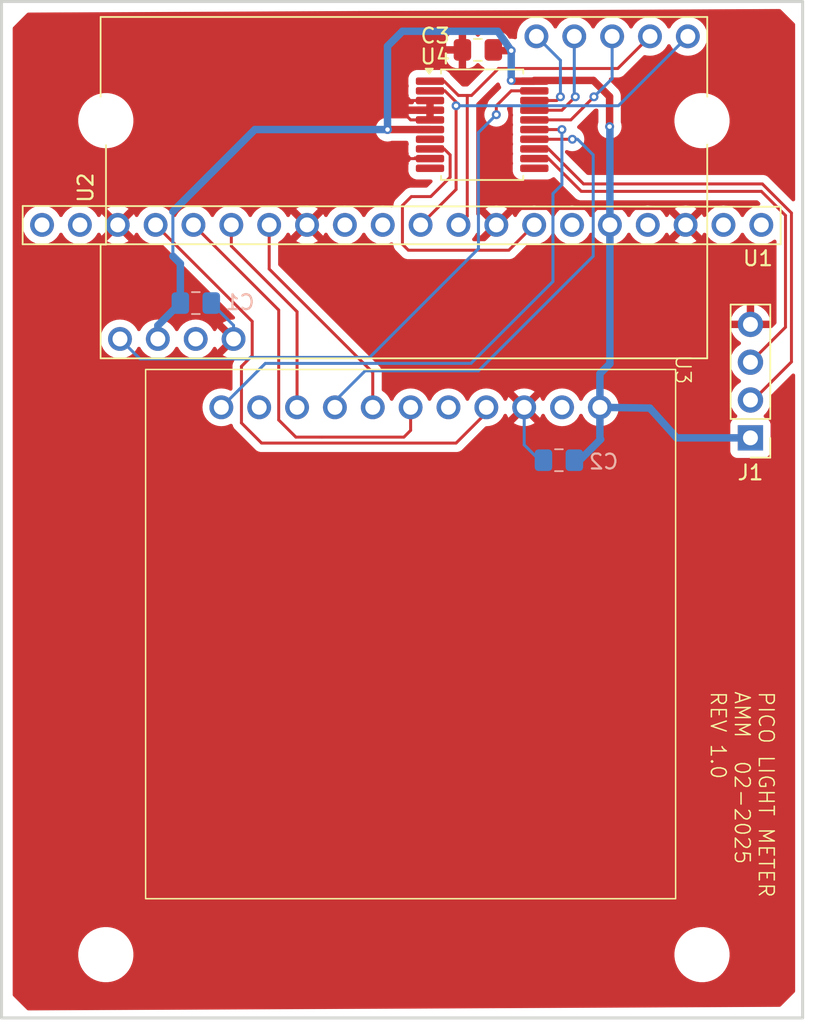
<source format=kicad_pcb>
(kicad_pcb (version 20240108) (generator "pcbnew") (generator_version "8.0")
  (layers (0 "F.Cu" signal) (31 "B.Cu" signal) (34 "B.Paste" user) (35 "F.Paste" user) (36 "B.SilkS" user "B.Silkscreen") (37 "F.SilkS" user "F.Silkscreen") (38 "B.Mask" user) (39 "F.Mask" user) (44 "Edge.Cuts" user))
  (net 0 "")
  (net 1 "+3.3V")
  (net 2 "GND")
  (net 3 "Net-(J1-Pin_2)")
  (net 6 "/SD_MISO")
  (net 7 "/{slash}RESET")
  (net 10 "/SW2")
  (net 11 "/IPS_DC")
  (net 12 "/COWBELL_SHUTTER")
  (net 13 "/IPS_SCK")
  (net 14 "/IPS_MOSI")
  (net 15 "/SW3")
  (net 16 "/SD_CS")
  (net 17 "/IPS_CS")
  (net 18 "/I2C1_SDA")
  (net 20 "/I2C1_SCL")
  (net 22 "/MCP_INT")
  (net 24 "/SW5")
  (net 25 "/SW4")
  (net 26 "/IPS_RESET")
  (net 27 "/IPS_BACKLIGHT")
  (net 31 "Net-(J1-Pin_3)")
  (footprint "MountingHole:MountingHole_3.2mm_M3_ISO14580" (layer "F.Cu") (at 100 106)
    (property "Reference" "H3" (hide yes))
    (property "Value" "MountingHole")
    (pad "" np_thru_hole circle (at 0 0) (size 3.2 3.2) (drill 3.2) (layers "*.Cu" "*.Mask"))
  )
  (footprint "pico_light_meter:adafruit_2.0_IPS_Display_minimal" (layer "F.Cu") (at 138.23 66.71 -90)
    (property "Reference" "U3" (at 0 -0.5 -90) (layer "F.SilkS") (effects (font (thickness 0.1))))
    (property "Value" "~")
    (fp_rect (start 0 0) (end 35.5346 35.56) (stroke (width 0.1)) (fill none) (layer "F.SilkS"))
    (pad "1" thru_hole circle (at 2.54 30.48 270) (size 1.6 1.6) (drill 1) (layers "*.Cu" "*.Mask") (net 27 "/IPS_BACKLIGHT"))
    (pad "2" thru_hole circle (at 2.54 27.94 270) (size 1.6 1.6) (drill 1) (layers "*.Cu" "*.Mask"))
    (pad "3" thru_hole circle (at 2.54 25.4 270) (size 1.6 1.6) (drill 1) (layers "*.Cu" "*.Mask") (net 11 "/IPS_DC"))
    (pad "4" thru_hole circle (at 2.54 22.86 270) (size 1.6 1.6) (drill 1) (layers "*.Cu" "*.Mask") (net 26 "/IPS_RESET"))
    (pad "5" thru_hole circle (at 2.54 20.32 270) (size 1.6 1.6) (drill 1) (layers "*.Cu" "*.Mask") (net 17 "/IPS_CS"))
    (pad "6" thru_hole circle (at 2.54 17.78 270) (size 1.6 1.6) (drill 1) (layers "*.Cu" "*.Mask") (net 14 "/IPS_MOSI"))
    (pad "7" thru_hole circle (at 2.54 15.24 270) (size 1.6 1.6) (drill 1) (layers "*.Cu" "*.Mask"))
    (pad "8" thru_hole circle (at 2.54 12.7 270) (size 1.6 1.6) (drill 1) (layers "*.Cu" "*.Mask") (net 13 "/IPS_SCK"))
    (pad "9" thru_hole circle (at 2.54 10.16 270) (size 1.6 1.6) (drill 1) (layers "*.Cu" "*.Mask") (net 2 "GND"))
    (pad "10" thru_hole circle (at 2.54 7.62 270) (size 1.6 1.6) (drill 1) (layers "*.Cu" "*.Mask"))
    (pad "11" thru_hole circle (at 2.54 5.08 270) (size 1.6 1.6) (drill 1) (layers "*.Cu" "*.Mask") (net 1 "+3.3V"))
  )
  (footprint "MountingHole:MountingHole_3.2mm_M3_ISO14580" (layer "F.Cu") (at 140 106)
    (property "Reference" "H2" (hide yes))
    (property "Value" "MountingHole")
    (pad "" np_thru_hole circle (at 0 0) (size 3.2 3.2) (drill 3.2) (layers "*.Cu" "*.Mask"))
  )
  (footprint "Connector_PinHeader_2.54mm:PinHeader_1x04_P2.54mm_Vertical" (layer "F.Cu") (at 143.25 71.3 180)
    (property "Reference" "J1" (at 0 -2.33 0) (layer "F.SilkS"))
    (property "Value" "Conn_01x04")
    (fp_line (start 1.33 1.27) (end 1.33 8.95) (stroke (width 0.12)) (layer "F.SilkS"))
    (fp_line (start -1.33 8.95) (end 1.33 8.95) (stroke (width 0.12)) (layer "F.SilkS"))
    (fp_line (start -1.33 1.27) (end 1.33 1.27) (stroke (width 0.12)) (layer "F.SilkS"))
    (fp_line (start -1.33 1.27) (end -1.33 8.95) (stroke (width 0.12)) (layer "F.SilkS"))
    (fp_line (start -1.33 0) (end -1.33 -1.33) (stroke (width 0.12)) (layer "F.SilkS"))
    (fp_line (start -1.33 -1.33) (end 0 -1.33) (stroke (width 0.12)) (layer "F.SilkS"))
    (pad "1" thru_hole rect (at 0 0 180) (size 1.7 1.7) (drill 1) (layers "*.Cu" "*.Mask") (net 1 "+3.3V"))
    (pad "2" thru_hole oval (at 0 2.54 180) (size 1.7 1.7) (drill 1) (layers "*.Cu" "*.Mask") (net 3 "Net-(J1-Pin_2)"))
    (pad "3" thru_hole oval (at 0 5.08 180) (size 1.7 1.7) (drill 1) (layers "*.Cu" "*.Mask") (net 31 "Net-(J1-Pin_3)"))
    (pad "4" thru_hole oval (at 0 7.62 180) (size 1.7 1.7) (drill 1) (layers "*.Cu" "*.Mask") (net 2 "GND"))
  )
  (footprint "Capacitor_SMD:C_0805_2012Metric_Pad1.18x1.45mm_HandSolder" (layer "F.Cu") (at 124.9625 45.25 180)
    (property "Reference" "C3" (at 2.8625 0.95 360) (layer "F.SilkS"))
    (property "Value" "C")
    (fp_line (start -0.261252 0.735) (end 0.261252 0.735) (stroke (width 0.12)) (layer "F.SilkS"))
    (fp_line (start -0.261252 -0.735) (end 0.261252 -0.735) (stroke (width 0.12)) (layer "F.SilkS"))
    (pad "1" smd roundrect (at -1.0375 0 180) (size 1.175 1.45) (layers "F.Cu" "F.Paste" "F.Mask") (roundrect_rratio 0.212766) (net 1 "+3.3V"))
    (pad "2" smd roundrect (at 1.0375 0 180) (size 1.175 1.45) (layers "F.Cu" "F.Paste" "F.Mask") (roundrect_rratio 0.212766) (net 2 "GND"))
  )
  (footprint "MountingHole:MountingHole_3.2mm_M3_ISO14580" (layer "F.Cu") (at 140 50)
    (property "Reference" "H4" (hide yes))
    (property "Value" "MountingHole")
    (pad "" np_thru_hole circle (at 0 0) (size 3.2 3.2) (drill 3.2) (layers "*.Cu" "*.Mask"))
  )
  (footprint "Package_SO:SSOP-20_5.3x7.2mm_P0.65mm" (layer "F.Cu") (at 125.25 50.275)
    (property "Reference" "U4" (at -3.15 -4.575 0) (layer "F.SilkS"))
    (property "Value" "MCP23008-xSS")
    (fp_line (start -2.76 -3.71) (end -2.76 -3.435) (stroke (width 0.12)) (layer "F.SilkS"))
    (fp_line (start -2.76 3.71) (end -2.76 3.435) (stroke (width 0.12)) (layer "F.SilkS"))
    (fp_line (start 0 -3.71) (end -2.76 -3.71) (stroke (width 0.12)) (layer "F.SilkS"))
    (fp_line (start 0 -3.71) (end 2.76 -3.71) (stroke (width 0.12)) (layer "F.SilkS"))
    (fp_line (start 0 3.71) (end -2.76 3.71) (stroke (width 0.12)) (layer "F.SilkS"))
    (fp_line (start 0 3.71) (end 2.76 3.71) (stroke (width 0.12)) (layer "F.SilkS"))
    (fp_line (start 2.76 -3.71) (end 2.76 -3.435) (stroke (width 0.12)) (layer "F.SilkS"))
    (fp_line (start 2.76 3.71) (end 2.76 3.435) (stroke (width 0.12)) (layer "F.SilkS"))
    (fp_poly (pts (xy -3.55 -3.435) (xy -3.79 -3.765) (xy -3.31 -3.765) (xy -3.55 -3.435)) (stroke (width 0.12)) (fill solid) (layer "F.SilkS"))
    (pad "1" smd roundrect (at -3.5 -2.925) (size 1.9 0.5) (layers "F.Cu" "F.Paste" "F.Mask") (net 20 "/I2C1_SCL"))
    (pad "2" smd roundrect (at -3.5 -2.275) (size 1.9 0.5) (layers "F.Cu" "F.Paste" "F.Mask") (net 18 "/I2C1_SDA"))
    (pad "3" smd roundrect (at -3.5 -1.625) (size 1.9 0.5) (layers "F.Cu" "F.Paste" "F.Mask") (net 2 "GND"))
    (pad "4" smd roundrect (at -3.5 -0.975) (size 1.9 0.5) (layers "F.Cu" "F.Paste" "F.Mask") (net 2 "GND"))
    (pad "5" smd roundrect (at -3.5 -0.325) (size 1.9 0.5) (layers "F.Cu" "F.Paste" "F.Mask") (net 2 "GND"))
    (pad "6" smd roundrect (at -3.5 0.325) (size 1.9 0.5) (layers "F.Cu" "F.Paste" "F.Mask") (net 1 "+3.3V"))
    (pad "7" smd roundrect (at -3.5 0.975) (size 1.9 0.5) (layers "F.Cu" "F.Paste" "F.Mask"))
    (pad "8" smd roundrect (at -3.5 1.625) (size 1.9 0.5) (layers "F.Cu" "F.Paste" "F.Mask") (net 22 "/MCP_INT"))
    (pad "9" smd roundrect (at -3.5 2.275) (size 1.9 0.5) (layers "F.Cu" "F.Paste" "F.Mask") (net 2 "GND"))
    (pad "10" smd roundrect (at -3.5 2.925) (size 1.9 0.5) (layers "F.Cu" "F.Paste" "F.Mask"))
    (pad "11" smd roundrect (at 3.5 2.925) (size 1.9 0.5) (layers "F.Cu" "F.Paste" "F.Mask"))
    (pad "12" smd roundrect (at 3.5 2.275) (size 1.9 0.5) (layers "F.Cu" "F.Paste" "F.Mask") (net 31 "Net-(J1-Pin_3)"))
    (pad "13" smd roundrect (at 3.5 1.625) (size 1.9 0.5) (layers "F.Cu" "F.Paste" "F.Mask") (net 3 "Net-(J1-Pin_2)"))
    (pad "14" smd roundrect (at 3.5 0.975) (size 1.9 0.5) (layers "F.Cu" "F.Paste" "F.Mask") (net 26 "/IPS_RESET"))
    (pad "15" smd roundrect (at 3.5 0.325) (size 1.9 0.5) (layers "F.Cu" "F.Paste" "F.Mask") (net 27 "/IPS_BACKLIGHT"))
    (pad "16" smd roundrect (at 3.5 -0.325) (size 1.9 0.5) (layers "F.Cu" "F.Paste" "F.Mask") (net 15 "/SW3"))
    (pad "17" smd roundrect (at 3.5 -0.975) (size 1.9 0.5) (layers "F.Cu" "F.Paste" "F.Mask") (net 25 "/SW4"))
    (pad "18" smd roundrect (at 3.5 -1.625) (size 1.9 0.5) (layers "F.Cu" "F.Paste" "F.Mask") (net 10 "/SW2"))
    (pad "19" smd roundrect (at 3.5 -2.275) (size 1.9 0.5) (layers "F.Cu" "F.Paste" "F.Mask") (net 24 "/SW5"))
    (pad "20" smd roundrect (at 3.5 -2.925) (size 1.9 0.5) (layers "F.Cu" "F.Paste" "F.Mask") (net 1 "+3.3V"))
  )
  (footprint "pico_light_meter:pico2_right_pins_only" (layer "F.Cu") (at 119.85 48.11 180)
    (property "Reference" "U1" (at -23.9 -11.14 180) (layer "F.SilkS"))
    (property "Value" "~" (hide yes))
    (fp_line (start 25.43 -10.189999) (end -25.43 -10.19) (stroke (width 0.12)) (layer "F.SilkS"))
    (fp_line (start 25.4254 -7.62) (end 25.43 -10.189999) (stroke (width 0.12)) (layer "F.SilkS"))
    (fp_line (start -25.4254 -7.6708) (end 25.4254 -7.62) (stroke (width 0.12)) (layer "F.SilkS"))
    (fp_line (start -25.43 -10.19) (end -25.4254 -7.6708) (stroke (width 0.12)) (layer "F.SilkS"))
    (pad "21" thru_hole circle (at 24.13 -8.89 180) (size 1.6 1.6) (drill 1) (layers "*.Cu" "*.Mask") (net 6 "/SD_MISO"))
    (pad "22" thru_hole circle (at 21.59 -8.89 180) (size 1.6 1.6) (drill 1) (layers "*.Cu" "*.Mask") (net 16 "/SD_CS"))
    (pad "23" thru_hole circle (at 19.05 -8.89 180) (size 1.6 1.6) (drill 1) (layers "*.Cu" "*.Mask") (net 2 "GND"))
    (pad "24" thru_hole circle (at 16.51 -8.89 180) (size 1.6 1.6) (drill 1) (layers "*.Cu" "*.Mask") (net 13 "/IPS_SCK"))
    (pad "25" thru_hole circle (at 13.97 -8.89 180) (size 1.6 1.6) (drill 1) (layers "*.Cu" "*.Mask") (net 14 "/IPS_MOSI"))
    (pad "26" thru_hole circle (at 11.43 -8.89 180) (size 1.6 1.6) (drill 1) (layers "*.Cu" "*.Mask") (net 11 "/IPS_DC"))
    (pad "27" thru_hole circle (at 8.89 -8.89 180) (size 1.6 1.6) (drill 1) (layers "*.Cu" "*.Mask") (net 17 "/IPS_CS"))
    (pad "28" thru_hole circle (at 6.35 -8.89 180) (size 1.6 1.6) (drill 1) (layers "*.Cu" "*.Mask") (net 2 "GND"))
    (pad "29" thru_hole circle (at 3.81 -8.89 180) (size 1.6 1.6) (drill 1) (layers "*.Cu" "*.Mask") (net 12 "/COWBELL_SHUTTER"))
    (pad "30" thru_hole circle (at 1.27 -8.89 180) (size 1.6 1.6) (drill 1) (layers "*.Cu" "*.Mask") (net 7 "/{slash}RESET"))
    (pad "31" thru_hole circle (at -1.27 -8.89 180) (size 1.6 1.6) (drill 1) (layers "*.Cu" "*.Mask") (net 18 "/I2C1_SDA"))
    (pad "32" thru_hole circle (at -3.81 -8.89 180) (size 1.6 1.6) (drill 1) (layers "*.Cu" "*.Mask") (net 20 "/I2C1_SCL"))
    (pad "33" thru_hole circle (at -6.35 -8.89 180) (size 1.6 1.6) (drill 1) (layers "*.Cu" "*.Mask") (net 2 "GND"))
    (pad "34" thru_hole circle (at -8.89 -8.89 180) (size 1.6 1.6) (drill 1) (layers "*.Cu" "*.Mask") (net 22 "/MCP_INT"))
    (pad "35" thru_hole circle (at -11.43 -8.89 180) (size 1.6 1.6) (drill 1) (layers "*.Cu" "*.Mask"))
    (pad "36" thru_hole circle (at -13.97 -8.89 180) (size 1.6 1.6) (drill 1) (layers "*.Cu" "*.Mask") (net 1 "+3.3V"))
    (pad "37" thru_hole circle (at -16.51 -8.89 180) (size 1.6 1.6) (drill 1) (layers "*.Cu" "*.Mask"))
    (pad "38" thru_hole circle (at -19.05 -8.89 180) (size 1.6 1.6) (drill 1) (layers "*.Cu" "*.Mask") (net 2 "GND"))
    (pad "39" thru_hole circle (at -21.59 -8.89 180) (size 1.6 1.6) (drill 1) (layers "*.Cu" "*.Mask"))
    (pad "40" thru_hole circle (at -24.13 -8.89 180) (size 1.6 1.6) (drill 1) (layers "*.Cu" "*.Mask"))
  )
  (footprint "pico_light_meter:feather" (layer "F.Cu") (at 120 54.5)
    (property "Reference" "U2" (at -21.35 0 90) (layer "F.SilkS"))
    (property "Value" "~")
    (fp_line (start -20.35 -11.46) (end -20.35 -3.82) (stroke (width 0.12)) (layer "F.SilkS"))
    (fp_line (start -20.35 -3.82) (end -19.99 -3.82) (stroke (width 0.12)) (layer "F.SilkS"))
    (fp_line (start -20.35 3.819999) (end -20.35 11.459999) (stroke (width 0.12)) (layer "F.SilkS"))
    (fp_line (start -20.35 11.459999) (end 20.35 11.46) (stroke (width 0.12)) (layer "F.SilkS"))
    (fp_line (start -19.99 -3.82) (end -19.99 3.819999) (stroke (width 0.12)) (layer "F.SilkS"))
    (fp_line (start -19.99 3.819999) (end -20.35 3.819999) (stroke (width 0.12)) (layer "F.SilkS"))
    (fp_line (start 20.35 -11.459999) (end -20.35 -11.46) (stroke (width 0.12)) (layer "F.SilkS"))
    (fp_line (start 20.35 11.46) (end 20.35 -11.459999) (stroke (width 0.12)) (layer "F.SilkS"))
    (pad "1" thru_hole circle (at -19.05 10.16) (size 1.6 1.6) (drill 1) (layers "*.Cu" "*.Mask") (net 24 "/SW5"))
    (pad "2" thru_hole circle (at -16.51 10.16) (size 1.6 1.6) (drill 1) (layers "*.Cu" "*.Mask") (net 1 "+3.3V"))
    (pad "3" thru_hole circle (at -13.97 10.16) (size 1.6 1.6) (drill 1) (layers "*.Cu" "*.Mask"))
    (pad "4" thru_hole circle (at -11.43 10.16) (size 1.6 1.6) (drill 1) (layers "*.Cu" "*.Mask") (net 2 "GND"))
    (pad "17" thru_hole circle (at 19.05 -10.16) (size 1.6 1.6) (drill 1) (layers "*.Cu" "*.Mask") (net 18 "/I2C1_SDA"))
    (pad "18" thru_hole circle (at 16.51 -10.16) (size 1.6 1.6) (drill 1) (layers "*.Cu" "*.Mask") (net 20 "/I2C1_SCL"))
    (pad "19" thru_hole circle (at 13.97 -10.16) (size 1.6 1.6) (drill 1) (layers "*.Cu" "*.Mask") (net 15 "/SW3"))
    (pad "20" thru_hole circle (at 11.43 -10.16) (size 1.6 1.6) (drill 1) (layers "*.Cu" "*.Mask") (net 25 "/SW4"))
    (pad "21" thru_hole circle (at 8.89 -10.16) (size 1.6 1.6) (drill 1) (layers "*.Cu" "*.Mask") (net 10 "/SW2"))
  )
  (footprint "MountingHole:MountingHole_3.2mm_M3_ISO14580" (layer "F.Cu") (at 100 50)
    (property "Reference" "H1" (hide yes))
    (property "Value" "MountingHole")
    (pad "" np_thru_hole circle (at 0 0) (size 3.2 3.2) (drill 3.2) (layers "*.Cu" "*.Mask"))
  )
  (footprint "Capacitor_SMD:C_0805_2012Metric_Pad1.18x1.45mm_HandSolder" (layer "B.Cu") (at 106.0375 62.25)
    (property "Reference" "C1" (at 2.9625 -0.05 360) (layer "B.SilkS") (effects (justify mirror)))
    (property "Value" "C")
    (fp_line (start 0.261252 -0.735) (end -0.261252 -0.735) (stroke (width 0.12)) (layer "B.SilkS"))
    (fp_line (start 0.261252 0.735) (end -0.261252 0.735) (stroke (width 0.12)) (layer "B.SilkS"))
    (pad "1" smd roundrect (at -1.0375 0) (size 1.175 1.45) (layers "B.Cu" "B.Paste" "B.Mask") (roundrect_rratio 0.212766) (net 1 "+3.3V"))
    (pad "2" smd roundrect (at 1.0375 0) (size 1.175 1.45) (layers "B.Cu" "B.Paste" "B.Mask") (roundrect_rratio 0.212766) (net 2 "GND"))
  )
  (footprint "Capacitor_SMD:C_0805_2012Metric_Pad1.18x1.45mm_HandSolder" (layer "B.Cu") (at 130.4 72.8 180)
    (property "Reference" "C2" (at -3 -0.1 360) (layer "B.SilkS") (effects (justify mirror)))
    (property "Value" "C")
    (fp_line (start 0.261252 0.735) (end -0.261252 0.735) (stroke (width 0.12)) (layer "B.SilkS"))
    (fp_line (start 0.261252 -0.735) (end -0.261252 -0.735) (stroke (width 0.12)) (layer "B.SilkS"))
    (pad "1" smd roundrect (at -1.0375 0 180) (size 1.175 1.45) (layers "B.Cu" "B.Paste" "B.Mask") (roundrect_rratio 0.212766) (net 1 "+3.3V"))
    (pad "2" smd roundrect (at 1.0375 0 180) (size 1.175 1.45) (layers "B.Cu" "B.Paste" "B.Mask") (roundrect_rratio 0.212766) (net 2 "GND"))
  )
  (gr_rect (start 93 42) (end 146.75 110.25) (stroke (width 0.2)) (fill none) (layer "Edge.Cuts"))
  (gr_text "PICO LIGHT METER\nAMM  02-2025\nREV 1.0" (at 140.5 88.25 270) (layer "F.SilkS") (effects (font (size 1 1) (thickness 0.1)) (justify left bottom)))
  (segment (start 127.2 45.3) (end 126.05 45.3) (width 0.5) (layer "F.Cu") (net 1))
  (segment (start 133.8 50.4) (end 133.8 48.389339) (width 0.5) (layer "F.Cu") (net 1))
  (segment (start 126.05 45.3) (end 126 45.25) (width 0.2) (layer "F.Cu") (net 1))
  (segment (start 132.710661 47.3) (end 128.75 47.3) (width 0.5) (layer "F.Cu") (net 1))
  (segment (start 128.75 47.35) (end 127.25 47.35) (width 0.5) (layer "F.Cu") (net 1))
  (segment (start 133.8 48.389339) (end 132.710661 47.3) (width 0.5) (layer "F.Cu") (net 1))
  (segment (start 118.9 50.6) (end 121.75 50.6) (width 0.5) (layer "F.Cu") (net 1))
  (segment (start 127.25 47.35) (end 127.2 47.3) (width 0.2) (layer "F.Cu") (net 1))
  (via (at 133.8 50.4) (size 0.6) (drill 0.3) (layers "F.Cu" "B.Cu") (net 1))
  (via (at 127.2 45.3) (size 0.6) (drill 0.3) (layers "F.Cu" "B.Cu") (net 1))
  (via (at 127.2 47.3) (size 0.6) (drill 0.3) (layers "F.Cu" "B.Cu") (net 1))
  (via (at 118.9 50.6) (size 0.6) (drill 0.3) (layers "F.Cu" "B.Cu") (net 1))
  (segment (start 126.3 44) (end 127.2 45.3) (width 0.5) (layer "B.Cu") (net 1))
  (segment (start 118.9 45) (end 119.9 44) (width 0.5) (layer "B.Cu") (net 1))
  (segment (start 143.25 71.3) (end 138.3 71.3) (width 0.5) (layer "B.Cu") (net 1))
  (segment (start 138.3 71.3) (end 136.5 69.3) (width 0.5) (layer "B.Cu") (net 1))
  (segment (start 104.5 59.1) (end 105 59.6) (width 0.5) (layer "B.Cu") (net 1))
  (segment (start 133.82 57) (end 133.82 50.42) (width 0.5) (layer "B.Cu") (net 1))
  (segment (start 110 50.6) (end 104.5 56.1) (width 0.5) (layer "B.Cu") (net 1))
  (segment (start 127.2 47.3) (end 127.2 45.3) (width 0.5) (layer "B.Cu") (net 1))
  (segment (start 136.5 69.3) (end 133.15 69.25) (width 0.5) (layer "B.Cu") (net 1))
  (segment (start 133.15 66.99) (end 133.82 66.32) (width 0.5) (layer "B.Cu") (net 1))
  (segment (start 133.15 69.25) (end 133.15 66.99) (width 0.5) (layer "B.Cu") (net 1))
  (segment (start 131.8 72.8) (end 133.2 71.4) (width 0.5) (layer "B.Cu") (net 1))
  (segment (start 118.9 50.6) (end 110 50.6) (width 0.5) (layer "B.Cu") (net 1))
  (segment (start 119.9 44) (end 126.3 44) (width 0.5) (layer "B.Cu") (net 1))
  (segment (start 104.5 59.1) (end 104.5 56.1) (width 0.2) (layer "B.Cu") (net 1))
  (segment (start 131.4375 72.8) (end 131.8 72.8) (width 0.5) (layer "B.Cu") (net 1))
  (segment (start 105 62.25) (end 105 59.6) (width 0.5) (layer "B.Cu") (net 1))
  (segment (start 103.49 63.76) (end 105 62.25) (width 0.5) (layer "B.Cu") (net 1))
  (segment (start 103.49 64.66) (end 103.49 63.76) (width 0.5) (layer "B.Cu") (net 1))
  (segment (start 133.82 50.42) (end 133.8 50.4) (width 0.5) (layer "B.Cu") (net 1))
  (segment (start 133.15 71.35) (end 133.15 69.25) (width 0.5) (layer "B.Cu") (net 1))
  (segment (start 133.2 71.4) (end 133.15 71.35) (width 0.5) (layer "B.Cu") (net 1))
  (segment (start 118.9 50.6) (end 118.9 45) (width 0.5) (layer "B.Cu") (net 1))
  (segment (start 133.82 66.32) (end 133.82 57) (width 0.5) (layer "B.Cu") (net 1))
  (segment (start 120.45 49.95) (end 120.1 49.6) (width 0.2) (layer "F.Cu") (net 2))
  (segment (start 120 49.4) (end 120.1 49.3) (width 0.2) (layer "F.Cu") (net 2))
  (segment (start 143.25 63.68) (end 143.25 61.35) (width 0.2) (layer "F.Cu") (net 2))
  (segment (start 120.05 45.65) (end 120.1 45.6) (width 0.2) (layer "F.Cu") (net 2))
  (segment (start 137.8 55.9) (end 127.3 55.9) (width 0.2) (layer "F.Cu") (net 2))
  (segment (start 115.1 55.4) (end 115.2 55.3) (width 0.2) (layer "F.Cu") (net 2))
  (segment (start 121.75 48.65) (end 120.05 48.65) (width 0.2) (layer "F.Cu") (net 2))
  (segment (start 117.65 52.55) (end 117.6 52.6) (width 0.2) (layer "F.Cu") (net 2))
  (segment (start 117.4 60.9) (end 130.1 60.9) (width 0.2) (layer "F.Cu") (net 2))
  (segment (start 120.1 45.6) (end 120.6 45.1) (width 0.2) (layer "F.Cu") (net 2))
  (segment (start 102.7 55.1) (end 111.6 55.1) (width 0.2) (layer "F.Cu") (net 2))
  (segment (start 113.5 57) (end 117.4 60.9) (width 0.2) (layer "F.Cu") (net 2))
  (segment (start 100.8 57) (end 102.7 55.1) (width 0.2) (layer "F.Cu") (net 2))
  (segment (start 119.9 45.4) (end 120.1 45.6) (width 0.5) (layer "F.Cu") (net 2))
  (segment (start 120.05 48.65) (end 120 48.7) (width 0.2) (layer "F.Cu") (net 2))
  (segment (start 135 60.9) (end 138.9 57) (width 0.2) (layer "F.Cu") (net 2))
  (segment (start 120.6 45.1) (end 120.9 45.1) (width 0.2) (layer "F.Cu") (net 2))
  (segment (start 117.6 45.4) (end 119.9 45.4) (width 0.5) (layer "F.Cu") (net 2))
  (segment (start 120.9 45.1) (end 121.05 45.25) (width 0.2) (layer "F.Cu") (net 2))
  (segment (start 120.1 49.3) (end 121.75 49.3) (width 0.2) (layer "F.Cu") (net 2))
  (segment (start 121.75 49.95) (end 120.45 49.95) (width 0.2) (layer "F.Cu") (net 2))
  (segment (start 120.800001 52.55) (end 120.750001 52.5) (width 0.2) (layer "F.Cu") (net 2))
  (segment (start 120.1 49.6) (end 120 49.6) (width 0.2) (layer "F.Cu") (net 2))
  (segment (start 116.15 54.35) (end 115.1 55.4) (width 0.5) (layer "F.Cu") (net 2))
  (segment (start 117.6 45.4) (end 117.6 52.6) (width 0.5) (layer "F.Cu") (net 2))
  (segment (start 121.75 52.55) (end 117.65 52.55) (width 0.2) (layer "F.Cu") (net 2))
  (segment (start 120 49.6) (end 120 49.4) (width 0.2) (layer "F.Cu") (net 2))
  (segment (start 113.5 57) (end 115.1 55.4) (width 0.2) (layer "F.Cu") (net 2))
  (segment (start 111.6 55.1) (end 113.5 57) (width 0.2) (layer "F.Cu") (net 2))
  (segment (start 130.1 60.9) (end 135 60.9) (width 0.2) (layer "F.Cu") (net 2))
  (segment (start 121.05 45.25) (end 123.925 45.25) (width 0.2) (layer "F.Cu") (net 2))
  (segment (start 117.6 52.9) (end 116.15 54.35) (width 0.5) (layer "F.Cu") (net 2))
  (segment (start 120 48.7) (end 120 49.4) (width 0.2) (layer "F.Cu") (net 2))
  (segment (start 130.1 60.9) (end 130.1 67.22) (width 0.2) (layer "F.Cu") (net 2))
  (segment (start 121.75 52.55) (end 120.800001 52.55) (width 0.2) (layer "F.Cu") (net 2))
  (segment (start 120.05 48.65) (end 120.05 45.65) (width 0.2) (layer "F.Cu") (net 2))
  (segment (start 117.6 52.6) (end 117.6 52.9) (width 0.5) (layer "F.Cu") (net 2))
  (segment (start 100.91 57) (end 100.8 57) (width 0.2) (layer "F.Cu") (net 2))
  (segment (start 127.3 55.9) (end 126.2 57) (width 0.2) (layer "F.Cu") (net 2))
  (segment (start 143.25 61.35) (end 138.9 57) (width 0.2) (layer "F.Cu") (net 2))
  (segment (start 138.9 57) (end 137.8 55.9) (width 0.2) (layer "F.Cu") (net 2))
  (segment (start 108.57 64.66) (end 100.91 57) (width 0.2) (layer "F.Cu") (net 2))
  (segment (start 130.1 67.22) (end 128.07 69.25) (width 0.2) (layer "F.Cu") (net 2))
  (segment (start 108.57 63.745) (end 107.075 62.25) (width 0.2) (layer "B.Cu") (net 2))
  (segment (start 129.1 72.8) (end 128.07 71.77) (width 0.2) (layer "B.Cu") (net 2))
  (segment (start 108.57 64.66) (end 108.57 63.745) (width 0.2) (layer "B.Cu") (net 2))
  (segment (start 128.07 71.77) (end 128.07 69.25) (width 0.2) (layer "B.Cu") (net 2))
  (segment (start 129.3625 72.8) (end 129.1 72.8) (width 0.2) (layer "B.Cu") (net 2))
  (segment (start 128.75 51.9) (end 129.699999 51.9) (width 0.2) (layer "F.Cu") (net 3))
  (segment (start 144.05 54.25) (end 146 56.2) (width 0.2) (layer "F.Cu") (net 3))
  (segment (start 129.699999 51.9) (end 132.049999 54.25) (width 0.2) (layer "F.Cu") (net 3))
  (segment (start 146 66.2) (end 143.44 68.76) (width 0.2) (layer "F.Cu") (net 3))
  (segment (start 132.049999 54.25) (end 144.05 54.25) (width 0.2) (layer "F.Cu") (net 3))
  (segment (start 143.44 68.76) (end 143.25 68.76) (width 0.2) (layer "F.Cu") (net 3))
  (segment (start 146 56.2) (end 146 66.2) (width 0.2) (layer "F.Cu") (net 3))
  (segment (start 128.75 48.65) (end 130.25 48.65) (width 0.2) (layer "F.Cu") (net 10))
  (segment (start 130.25 48.65) (end 130.5 48.4) (width 0.2) (layer "F.Cu") (net 10))
  (via (at 130.5 48.4) (size 0.6) (drill 0.3) (layers "F.Cu" "B.Cu") (net 10))
  (segment (start 130.5 48.4) (end 130.5 45.95) (width 0.2) (layer "B.Cu") (net 10))
  (segment (start 130.5 45.95) (end 128.89 44.34) (width 0.2) (layer "B.Cu") (net 10))
  (segment (start 108.42 57) (end 108.42 58.42) (width 0.2) (layer "F.Cu") (net 11))
  (segment (start 112.83 62.83) (end 112.75 62.75) (width 0.2) (layer "F.Cu") (net 11))
  (segment (start 108.42 58.42) (end 112.75 62.75) (width 0.2) (layer "F.Cu") (net 11))
  (segment (start 112.83 69.25) (end 112.83 62.83) (width 0.2) (layer "F.Cu") (net 11))
  (segment (start 125.53 69.62) (end 123.5 71.65) (width 0.2) (layer "F.Cu") (net 13))
  (segment (start 123.5 71.65) (end 110.45 71.65) (width 0.2) (layer "F.Cu") (net 13))
  (segment (start 109.1 70.3) (end 109.1 66.5) (width 0.2) (layer "F.Cu") (net 13))
  (segment (start 125.53 69.25) (end 125.53 69.62) (width 0.2) (layer "F.Cu") (net 13))
  (segment (start 110.45 71.65) (end 109.1 70.3) (width 0.2) (layer "F.Cu") (net 13))
  (segment (start 109.82 65.78) (end 109.82 63.48) (width 0.2) (layer "F.Cu") (net 13))
  (segment (start 109.1 66.5) (end 109.82 65.78) (width 0.2) (layer "F.Cu") (net 13))
  (segment (start 103.34 57) (end 109.82 63.48) (width 0.2) (layer "F.Cu") (net 13))
  (segment (start 114.5 71.25) (end 112.75 71.25) (width 0.2) (layer "F.Cu") (net 14))
  (segment (start 112.75 71.25) (end 111.6 70.1) (width 0.2) (layer "F.Cu") (net 14))
  (segment (start 111.6 70.1) (end 111.6 62.72) (width 0.2) (layer "F.Cu") (net 14))
  (segment (start 111.6 62.72) (end 111.54 62.66) (width 0.2) (layer "F.Cu") (net 14))
  (segment (start 120.45 69.25) (end 120.45 70.8) (width 0.2) (layer "F.Cu") (net 14))
  (segment (start 114.5 71.25) (end 120 71.25) (width 0.2) (layer "F.Cu") (net 14))
  (segment (start 105.88 57) (end 111.54 62.66) (width 0.2) (layer "F.Cu") (net 14))
  (segment (start 120.45 70.8) (end 120 71.25) (width 0.2) (layer "F.Cu") (net 14))
  (segment (start 131.2 49.95) (end 132.75 48.4) (width 0.2) (layer "F.Cu") (net 15))
  (segment (start 128.75 49.95) (end 131.2 49.95) (width 0.2) (layer "F.Cu") (net 15))
  (via (at 132.75 48.4) (size 0.6) (drill 0.3) (layers "F.Cu" "B.Cu") (net 15))
  (segment (start 133.97 47.18) (end 133.97 44.34) (width 0.2) (layer "B.Cu") (net 15))
  (segment (start 132.75 48.4) (end 133.97 47.18) (width 0.2) (layer "B.Cu") (net 15))
  (segment (start 117.91 66.91) (end 117.91 69.25) (width 0.2) (layer "F.Cu") (net 17))
  (segment (start 110.96 57) (end 110.96 59.96) (width 0.2) (layer "F.Cu") (net 17))
  (segment (start 110.96 59.96) (end 117.91 66.91) (width 0.2) (layer "F.Cu") (net 17))
  (segment (start 121.75 48) (end 122.75 48) (width 0.2) (layer "F.Cu") (net 18))
  (segment (start 123.5 48.75) (end 123.5 49) (width 0.2) (layer "F.Cu") (net 18))
  (segment (start 122.75 48) (end 123.26 48.51) (width 0.2) (layer "F.Cu") (net 18))
  (segment (start 123.5 49) (end 123.5 54.62) (width 0.2) (layer "F.Cu") (net 18))
  (segment (start 123.26 48.51) (end 123.5 48.75) (width 0.2) (layer "F.Cu") (net 18))
  (segment (start 123.5 54.62) (end 121.12 57) (width 0.2) (layer "F.Cu") (net 18))
  (via (at 123.5 49) (size 0.6) (drill 0.3) (layers "F.Cu" "B.Cu") (net 18))
  (segment (start 134.39 49) (end 139.05 44.34) (width 0.2) (layer "B.Cu") (net 18))
  (segment (start 123.5 49) (end 134.39 49) (width 0.2) (layer "B.Cu") (net 18))
  (segment (start 122.699999 47.35) (end 123.66 48.310001) (width 0.2) (layer "F.Cu") (net 20))
  (segment (start 124.25 56.41) (end 124.25 48.310001) (width 0.2) (layer "F.Cu") (net 20))
  (segment (start 126.347244 46.5) (end 134.35 46.5) (width 0.2) (layer "F.Cu") (net 20))
  (segment (start 124.537243 48.310001) (end 126.347244 46.5) (width 0.2) (layer "F.Cu") (net 20))
  (segment (start 134.35 46.5) (end 136.51 44.34) (width 0.2) (layer "F.Cu") (net 20))
  (segment (start 124.25 48.310001) (end 124.537243 48.310001) (width 0.2) (layer "F.Cu") (net 20))
  (segment (start 121.75 47.35) (end 122.699999 47.35) (width 0.2) (layer "F.Cu") (net 20))
  (segment (start 123.66 48.310001) (end 124.25 48.310001) (width 0.2) (layer "F.Cu") (net 20))
  (segment (start 123.66 57) (end 124.25 56.41) (width 0.2) (layer "F.Cu") (net 20))
  (segment (start 120.3 58.7) (end 127.04 58.7) (width 0.2) (layer "F.Cu") (net 22))
  (segment (start 121.75 51.9) (end 122.699999 51.9) (width 0.2) (layer "F.Cu") (net 22))
  (segment (start 122.699999 51.9) (end 123.1 52.300001) (width 0.2) (layer "F.Cu") (net 22))
  (segment (start 120.5 55.1) (end 119.9 55.7) (width 0.2) (layer "F.Cu") (net 22))
  (segment (start 121.8 55.1) (end 120.5 55.1) (width 0.2) (layer "F.Cu") (net 22))
  (segment (start 123.1 52.300001) (end 123.1 53.8) (width 0.2) (layer "F.Cu") (net 22))
  (segment (start 119.9 58.3) (end 120.3 58.7) (width 0.2) (layer "F.Cu") (net 22))
  (segment (start 123.1 53.8) (end 121.8 55.1) (width 0.2) (layer "F.Cu") (net 22))
  (segment (start 127.04 58.7) (end 128.74 57) (width 0.2) (layer "F.Cu") (net 22))
  (segment (start 128.74 57) (end 128.74 57.51) (width 0.2) (layer "F.Cu") (net 22))
  (segment (start 119.9 55.7) (end 119.9 58.3) (width 0.2) (layer "F.Cu") (net 22))
  (segment (start 126.2 49) (end 126.2 49.6) (width 0.2) (layer "F.Cu") (net 24))
  (segment (start 128.75 48) (end 127.2 48) (width 0.2) (layer "F.Cu") (net 24))
  (segment (start 127.2 48) (end 126.2 49) (width 0.2) (layer "F.Cu") (net 24))
  (via (at 126.2 49.6) (size 0.6) (drill 0.3) (layers "F.Cu" "B.Cu") (net 24))
  (segment (start 102.3 66) (end 109.6 66) (width 0.2) (layer "B.Cu") (net 24))
  (segment (start 125 50.8) (end 126.2 49.6) (width 0.2) (layer "B.Cu") (net 24))
  (segment (start 109.7 65.9) (end 117.7 65.9) (width 0.2) (layer "B.Cu") (net 24))
  (segment (start 102.06 65.76) (end 102.3 66) (width 0.2) (layer "B.Cu") (net 24))
  (segment (start 100.95 64.66) (end 102.05 65.76) (width 0.2) (layer "B.Cu") (net 24))
  (segment (start 117.7 65.9) (end 125 58.6) (width 0.2) (layer "B.Cu") (net 24))
  (segment (start 125 58.6) (end 125 50.8) (width 0.2) (layer "B.Cu") (net 24))
  (segment (start 102.05 65.76) (end 102.06 65.76) (width 0.2) (layer "B.Cu") (net 24))
  (segment (start 109.6 66) (end 109.7 65.9) (width 0.2) (layer "B.Cu") (net 24))
  (segment (start 128.75 49.3) (end 130.6 49.3) (width 0.2) (layer "F.Cu") (net 25))
  (segment (start 130.6 49.3) (end 131.5 48.4) (width 0.2) (layer "F.Cu") (net 25))
  (via (at 131.5 48.4) (size 0.6) (drill 0.3) (layers "F.Cu" "B.Cu") (net 25))
  (segment (start 131.5 48.4) (end 131.43 48.33) (width 0.2) (layer "B.Cu") (net 25))
  (segment (start 131.43 48.33) (end 131.43 44.34) (width 0.2) (layer "B.Cu") (net 25))
  (segment (start 128.75 51.25) (end 131.3 51.25) (width 0.2) (layer "F.Cu") (net 26))
  (via (at 131.3 51.25) (size 0.6) (drill 0.3) (layers "F.Cu" "B.Cu") (net 26))
  (segment (start 131.3 51.25) (end 131.65 51.25) (width 0.2) (layer "B.Cu") (net 26))
  (segment (start 132.7 59.1) (end 125 66.8) (width 0.2) (layer "B.Cu") (net 26))
  (segment (start 125 66.8) (end 117.4 66.8) (width 0.2) (layer "B.Cu") (net 26))
  (segment (start 115.37 68.83) (end 115.37 69.25) (width 0.2) (layer "B.Cu") (net 26))
  (segment (start 132.7 52.3) (end 132.7 59.1) (width 0.2) (layer "B.Cu") (net 26))
  (segment (start 131.65 51.25) (end 132.7 52.3) (width 0.2) (layer "B.Cu") (net 26))
  (segment (start 117.4 66.8) (end 115.37 68.83) (width 0.2) (layer "B.Cu") (net 26))
  (segment (start 130.6 50.6) (end 128.75 50.6) (width 0.2) (layer "F.Cu") (net 27))
  (via (at 130.6 50.6) (size 0.6) (drill 0.3) (layers "F.Cu" "B.Cu") (net 27))
  (segment (start 124.5 66.3) (end 130 60.8) (width 0.2) (layer "B.Cu") (net 27))
  (segment (start 130 54.9) (end 130.6 54.3) (width 0.2) (layer "B.Cu") (net 27))
  (segment (start 107.75 69.25) (end 110.7 66.3) (width 0.2) (layer "B.Cu") (net 27))
  (segment (start 130 60.8) (end 130 54.9) (width 0.2) (layer "B.Cu") (net 27))
  (segment (start 130.6 54.3) (end 130.6 50.6) (width 0.2) (layer "B.Cu") (net 27))
  (segment (start 110.7 66.3) (end 124.5 66.3) (width 0.2) (layer "B.Cu") (net 27))
  (segment (start 131.899999 54.75) (end 129.699999 52.55) (width 0.2) (layer "F.Cu") (net 31))
  (segment (start 145.6 56.365686) (end 143.984314 54.75) (width 0.2) (layer "F.Cu") (net 31))
  (segment (start 143.984314 54.75) (end 131.899999 54.75) (width 0.2) (layer "F.Cu") (net 31))
  (segment (start 129.699999 52.55) (end 128.75 52.55) (width 0.2) (layer "F.Cu") (net 31))
  (segment (start 143.25 66.22) (end 145.6 63.87) (width 0.2) (layer "F.Cu") (net 31))
  (segment (start 145.6 63.87) (end 145.6 56.365686) (width 0.2) (layer "F.Cu") (net 31))
  (zone (net 2) (net_name "GND") (layer "F.Cu") (connect_pads (clearance 0.5)) (min_thickness 0.25) (fill yes (thermal_gap 0.5) (thermal_bridge_width 0.5) (smoothing chamfer) (radius 1))
    (polygon (pts (xy 93.75 42.75) (xy 93.75 109.75) (xy 146.25 109.5) (xy 146.25 42.5)))
  )
)
</source>
